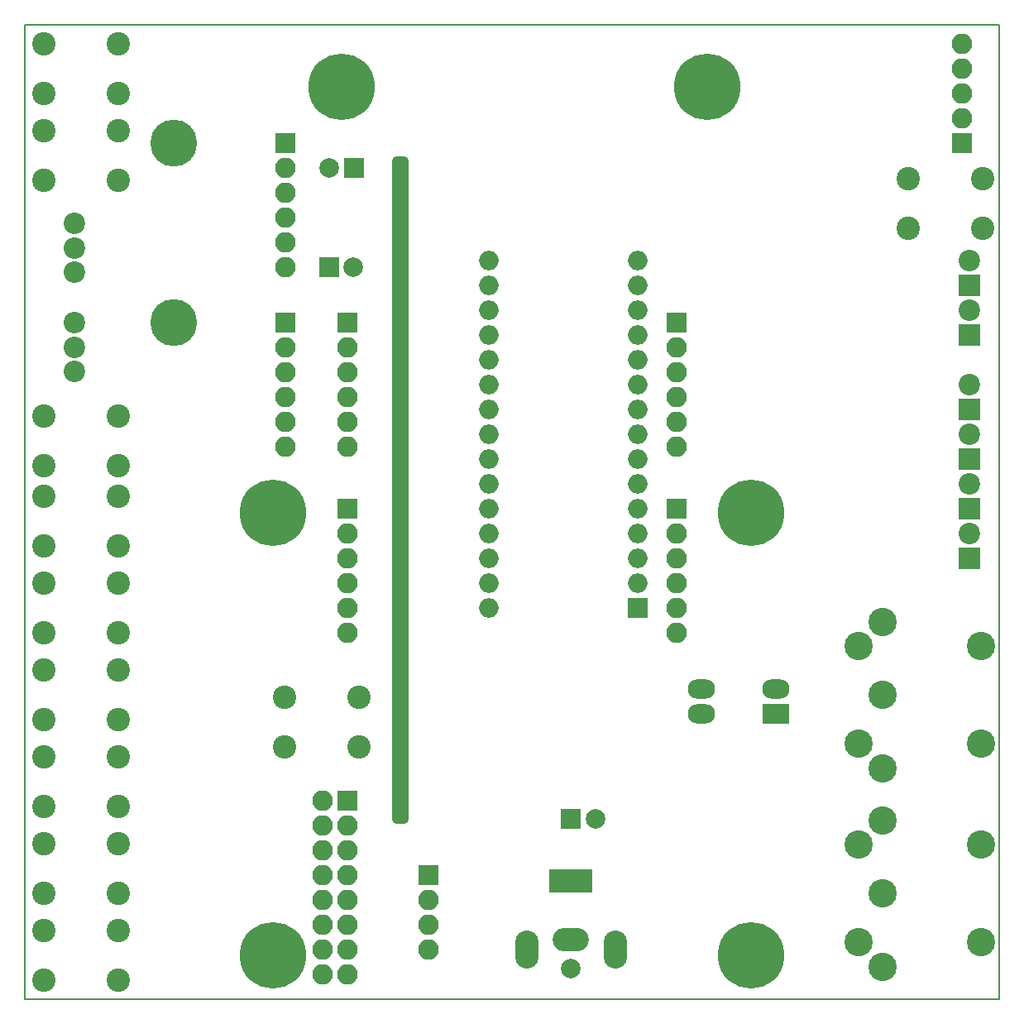
<source format=gbr>
%TF.GenerationSoftware,KiCad,Pcbnew,(5.0.0)*%
%TF.CreationDate,2018-12-31T00:25:57+01:00*%
%TF.ProjectId,Kicad-Midi2CV,4B696361642D4D6964693243562E6B69,rev?*%
%TF.SameCoordinates,Original*%
%TF.FileFunction,Soldermask,Bot*%
%TF.FilePolarity,Negative*%
%FSLAX46Y46*%
G04 Gerber Fmt 4.6, Leading zero omitted, Abs format (unit mm)*
G04 Created by KiCad (PCBNEW (5.0.0)) date 12/31/18 00:25:57*
%MOMM*%
%LPD*%
G01*
G04 APERTURE LIST*
%ADD10C,1.000000*%
%ADD11C,0.150000*%
%ADD12R,2.000000X2.000000*%
%ADD13O,2.000000X2.000000*%
%ADD14C,2.400000*%
%ADD15C,4.800000*%
%ADD16C,1.100000*%
%ADD17C,6.800000*%
%ADD18C,1.200000*%
%ADD19C,2.000000*%
%ADD20R,2.200000X2.200000*%
%ADD21C,2.200000*%
%ADD22O,2.100000X2.100000*%
%ADD23R,2.100000X2.100000*%
%ADD24R,2.800000X2.000000*%
%ADD25O,2.800000X2.000000*%
%ADD26R,4.400000X2.400000*%
%ADD27O,3.700000X2.400000*%
%ADD28O,2.400000X3.900000*%
%ADD29C,2.900000*%
G04 APERTURE END LIST*
D10*
X63500000Y-106680000D02*
X63500000Y-39370000D01*
X64135000Y-106680000D02*
X63500000Y-106680000D01*
X64135000Y-39370000D02*
X64135000Y-106680000D01*
X63500000Y-39370000D02*
X64135000Y-39370000D01*
D11*
X25400000Y-125095000D02*
X25400000Y-25400000D01*
X125095000Y-125095000D02*
X25400000Y-125095000D01*
X125095000Y-25400000D02*
X125095000Y-125095000D01*
X25400000Y-25400000D02*
X125095000Y-25400000D01*
D12*
X88138000Y-85090000D03*
D13*
X72898000Y-52070000D03*
X88138000Y-82550000D03*
X72898000Y-54610000D03*
X88138000Y-80010000D03*
X72898000Y-57150000D03*
X88138000Y-77470000D03*
X72898000Y-59690000D03*
X88138000Y-74930000D03*
X72898000Y-62230000D03*
X88138000Y-72390000D03*
X72898000Y-64770000D03*
X88138000Y-69850000D03*
X72898000Y-67310000D03*
X88138000Y-67310000D03*
X72898000Y-69850000D03*
X88138000Y-64770000D03*
X72898000Y-72390000D03*
X88138000Y-62230000D03*
X72898000Y-74930000D03*
X88138000Y-59690000D03*
X72898000Y-77470000D03*
X88138000Y-57150000D03*
X72898000Y-80010000D03*
X88138000Y-54610000D03*
X72898000Y-82550000D03*
X88138000Y-52070000D03*
X72898000Y-85090000D03*
X88138000Y-49530000D03*
X72898000Y-49530000D03*
D14*
X27305000Y-36195000D03*
X27305000Y-41275000D03*
X34925000Y-36195000D03*
X34925000Y-41275000D03*
D15*
X40640000Y-37465000D03*
D16*
X42290000Y-37465000D03*
X41806726Y-38631726D03*
X40640000Y-39115000D03*
X39473274Y-38631726D03*
X38990000Y-37465000D03*
X39473274Y-36298274D03*
X40640000Y-35815000D03*
X41806726Y-36298274D03*
D17*
X99695000Y-120650000D03*
D18*
X102095000Y-120650000D03*
X101392056Y-122347056D03*
X99695000Y-123050000D03*
X97997944Y-122347056D03*
X97295000Y-120650000D03*
X97997944Y-118952944D03*
X99695000Y-118250000D03*
X101392056Y-118952944D03*
D17*
X95250000Y-31750000D03*
D18*
X97650000Y-31750000D03*
X96947056Y-33447056D03*
X95250000Y-34150000D03*
X93552944Y-33447056D03*
X92850000Y-31750000D03*
X93552944Y-30052944D03*
X95250000Y-29350000D03*
X96947056Y-30052944D03*
X101392056Y-73613944D03*
X99695000Y-72911000D03*
X97997944Y-73613944D03*
X97295000Y-75311000D03*
X97997944Y-77008056D03*
X99695000Y-77711000D03*
X101392056Y-77008056D03*
X102095000Y-75311000D03*
D17*
X99695000Y-75311000D03*
D18*
X52497056Y-118952944D03*
X50800000Y-118250000D03*
X49102944Y-118952944D03*
X48400000Y-120650000D03*
X49102944Y-122347056D03*
X50800000Y-123050000D03*
X52497056Y-122347056D03*
X53200000Y-120650000D03*
D17*
X50800000Y-120650000D03*
X50800000Y-75311000D03*
D18*
X53200000Y-75311000D03*
X52497056Y-77008056D03*
X50800000Y-77711000D03*
X49102944Y-77008056D03*
X48400000Y-75311000D03*
X49102944Y-73613944D03*
X50800000Y-72911000D03*
X52497056Y-73613944D03*
D12*
X81280000Y-106680000D03*
D19*
X83780000Y-106680000D03*
D20*
X122047000Y-80009999D03*
D21*
X122047000Y-77469999D03*
X122047000Y-72384285D03*
D20*
X122047000Y-74924285D03*
X122047000Y-69838571D03*
D21*
X122047000Y-67298571D03*
X122047000Y-62212857D03*
D20*
X122047000Y-64752857D03*
X122047000Y-57150000D03*
D21*
X122047000Y-54610000D03*
X122047000Y-49530000D03*
D20*
X122047000Y-52070000D03*
D22*
X52070000Y-50165000D03*
X52070000Y-47625000D03*
X52070000Y-45085000D03*
X52070000Y-42545000D03*
X52070000Y-40005000D03*
D23*
X52070000Y-37465000D03*
X52070000Y-55880000D03*
D22*
X52070000Y-58420000D03*
X52070000Y-60960000D03*
X52070000Y-63500000D03*
X52070000Y-66040000D03*
X52070000Y-68580000D03*
D21*
X30480000Y-50720000D03*
X30480000Y-48220000D03*
X30480000Y-45720000D03*
X30480000Y-55880000D03*
X30480000Y-58380000D03*
X30480000Y-60880000D03*
D24*
X102235000Y-95885000D03*
D25*
X94615000Y-93345000D03*
X102235000Y-93345000D03*
X94615000Y-95885000D03*
D14*
X27305000Y-27305000D03*
X27305000Y-32385000D03*
X34925000Y-27305000D03*
X34925000Y-32385000D03*
X27305000Y-65405000D03*
X27305000Y-70485000D03*
X34925000Y-65405000D03*
X34925000Y-70485000D03*
X34925000Y-78740000D03*
X34925000Y-73660000D03*
X27305000Y-78740000D03*
X27305000Y-73660000D03*
X27305000Y-82550000D03*
X27305000Y-87630000D03*
X34925000Y-82550000D03*
X34925000Y-87630000D03*
X27305000Y-91440000D03*
X27305000Y-96520000D03*
X34925000Y-91440000D03*
X34925000Y-96520000D03*
D23*
X121285000Y-37465000D03*
D22*
X121285000Y-34925000D03*
X121285000Y-32385000D03*
X121285000Y-29845000D03*
X121285000Y-27305000D03*
D18*
X59482056Y-30052944D03*
X57785000Y-29350000D03*
X56087944Y-30052944D03*
X55385000Y-31750000D03*
X56087944Y-33447056D03*
X57785000Y-34150000D03*
X59482056Y-33447056D03*
X60185000Y-31750000D03*
D17*
X57785000Y-31750000D03*
D14*
X34925000Y-105410000D03*
X34925000Y-100330000D03*
X27305000Y-105410000D03*
X27305000Y-100330000D03*
X27305000Y-109220000D03*
X27305000Y-114300000D03*
X34925000Y-109220000D03*
X34925000Y-114300000D03*
D23*
X58420000Y-55880000D03*
D22*
X58420000Y-58420000D03*
X58420000Y-60960000D03*
X58420000Y-63500000D03*
X58420000Y-66040000D03*
X58420000Y-68580000D03*
X92075000Y-68580000D03*
X92075000Y-66040000D03*
X92075000Y-63500000D03*
X92075000Y-60960000D03*
X92075000Y-58420000D03*
D23*
X92075000Y-55880000D03*
D12*
X56515000Y-50165000D03*
D19*
X59015000Y-50165000D03*
X56555000Y-40005000D03*
D12*
X59055000Y-40005000D03*
D23*
X58420000Y-104775000D03*
D22*
X55880000Y-104775000D03*
X58420000Y-107315000D03*
X55880000Y-107315000D03*
X58420000Y-109855000D03*
X55880000Y-109855000D03*
X58420000Y-112395000D03*
X55880000Y-112395000D03*
X58420000Y-114935000D03*
X55880000Y-114935000D03*
X58420000Y-117475000D03*
X55880000Y-117475000D03*
X58420000Y-120015000D03*
X55880000Y-120015000D03*
X58420000Y-122555000D03*
X55880000Y-122555000D03*
D26*
X81280000Y-113030000D03*
D27*
X81280000Y-119030000D03*
D28*
X76780000Y-120030000D03*
X85780000Y-120030000D03*
D19*
X81280000Y-122030000D03*
D29*
X123205000Y-119300000D03*
X123205000Y-109300000D03*
X110705000Y-119300000D03*
X113205000Y-106800000D03*
X113205000Y-114300000D03*
X110705000Y-109300000D03*
X113205000Y-121800000D03*
D14*
X34925000Y-123190000D03*
X34925000Y-118110000D03*
X27305000Y-123190000D03*
X27305000Y-118110000D03*
D23*
X66675000Y-112395000D03*
D22*
X66675000Y-114935000D03*
X66675000Y-117475000D03*
X66675000Y-120015000D03*
D29*
X113205000Y-101480000D03*
X110705000Y-88980000D03*
X113205000Y-93980000D03*
X113205000Y-86480000D03*
X110705000Y-98980000D03*
X123205000Y-88980000D03*
X123205000Y-98980000D03*
D22*
X58420000Y-87630000D03*
X58420000Y-85090000D03*
X58420000Y-82550000D03*
X58420000Y-80010000D03*
X58420000Y-77470000D03*
D23*
X58420000Y-74930000D03*
X92075000Y-74930000D03*
D22*
X92075000Y-77470000D03*
X92075000Y-80010000D03*
X92075000Y-82550000D03*
X92075000Y-85090000D03*
X92075000Y-87630000D03*
D16*
X41806726Y-54713274D03*
X40640000Y-54230000D03*
X39473274Y-54713274D03*
X38990000Y-55880000D03*
X39473274Y-57046726D03*
X40640000Y-57530000D03*
X41806726Y-57046726D03*
X42290000Y-55880000D03*
D15*
X40640000Y-55880000D03*
D14*
X51918708Y-94202424D03*
X51918708Y-99282424D03*
X59538708Y-94202424D03*
X59538708Y-99282424D03*
X123444000Y-46228000D03*
X123444000Y-41148000D03*
X115824000Y-46228000D03*
X115824000Y-41148000D03*
M02*

</source>
